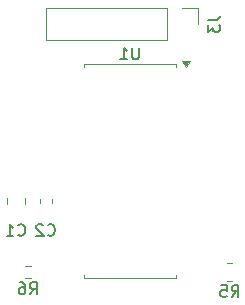
<source format=gbr>
%TF.GenerationSoftware,KiCad,Pcbnew,9.0.3*%
%TF.CreationDate,2025-07-28T01:45:31+03:00*%
%TF.ProjectId,Charger USB,43686172-6765-4722-9055-53422e6b6963,rev?*%
%TF.SameCoordinates,Original*%
%TF.FileFunction,Legend,Bot*%
%TF.FilePolarity,Positive*%
%FSLAX46Y46*%
G04 Gerber Fmt 4.6, Leading zero omitted, Abs format (unit mm)*
G04 Created by KiCad (PCBNEW 9.0.3) date 2025-07-28 01:45:31*
%MOMM*%
%LPD*%
G01*
G04 APERTURE LIST*
%ADD10C,0.150000*%
%ADD11C,0.120000*%
G04 APERTURE END LIST*
D10*
X105911904Y-81499819D02*
X105911904Y-82309342D01*
X105911904Y-82309342D02*
X105864285Y-82404580D01*
X105864285Y-82404580D02*
X105816666Y-82452200D01*
X105816666Y-82452200D02*
X105721428Y-82499819D01*
X105721428Y-82499819D02*
X105530952Y-82499819D01*
X105530952Y-82499819D02*
X105435714Y-82452200D01*
X105435714Y-82452200D02*
X105388095Y-82404580D01*
X105388095Y-82404580D02*
X105340476Y-82309342D01*
X105340476Y-82309342D02*
X105340476Y-81499819D01*
X104340476Y-82499819D02*
X104911904Y-82499819D01*
X104626190Y-82499819D02*
X104626190Y-81499819D01*
X104626190Y-81499819D02*
X104721428Y-81642676D01*
X104721428Y-81642676D02*
X104816666Y-81737914D01*
X104816666Y-81737914D02*
X104911904Y-81785533D01*
X96666666Y-102384819D02*
X96999999Y-101908628D01*
X97238094Y-102384819D02*
X97238094Y-101384819D01*
X97238094Y-101384819D02*
X96857142Y-101384819D01*
X96857142Y-101384819D02*
X96761904Y-101432438D01*
X96761904Y-101432438D02*
X96714285Y-101480057D01*
X96714285Y-101480057D02*
X96666666Y-101575295D01*
X96666666Y-101575295D02*
X96666666Y-101718152D01*
X96666666Y-101718152D02*
X96714285Y-101813390D01*
X96714285Y-101813390D02*
X96761904Y-101861009D01*
X96761904Y-101861009D02*
X96857142Y-101908628D01*
X96857142Y-101908628D02*
X97238094Y-101908628D01*
X95809523Y-101384819D02*
X95999999Y-101384819D01*
X95999999Y-101384819D02*
X96095237Y-101432438D01*
X96095237Y-101432438D02*
X96142856Y-101480057D01*
X96142856Y-101480057D02*
X96238094Y-101622914D01*
X96238094Y-101622914D02*
X96285713Y-101813390D01*
X96285713Y-101813390D02*
X96285713Y-102194342D01*
X96285713Y-102194342D02*
X96238094Y-102289580D01*
X96238094Y-102289580D02*
X96190475Y-102337200D01*
X96190475Y-102337200D02*
X96095237Y-102384819D01*
X96095237Y-102384819D02*
X95904761Y-102384819D01*
X95904761Y-102384819D02*
X95809523Y-102337200D01*
X95809523Y-102337200D02*
X95761904Y-102289580D01*
X95761904Y-102289580D02*
X95714285Y-102194342D01*
X95714285Y-102194342D02*
X95714285Y-101956247D01*
X95714285Y-101956247D02*
X95761904Y-101861009D01*
X95761904Y-101861009D02*
X95809523Y-101813390D01*
X95809523Y-101813390D02*
X95904761Y-101765771D01*
X95904761Y-101765771D02*
X96095237Y-101765771D01*
X96095237Y-101765771D02*
X96190475Y-101813390D01*
X96190475Y-101813390D02*
X96238094Y-101861009D01*
X96238094Y-101861009D02*
X96285713Y-101956247D01*
X95666666Y-97359580D02*
X95714285Y-97407200D01*
X95714285Y-97407200D02*
X95857142Y-97454819D01*
X95857142Y-97454819D02*
X95952380Y-97454819D01*
X95952380Y-97454819D02*
X96095237Y-97407200D01*
X96095237Y-97407200D02*
X96190475Y-97311961D01*
X96190475Y-97311961D02*
X96238094Y-97216723D01*
X96238094Y-97216723D02*
X96285713Y-97026247D01*
X96285713Y-97026247D02*
X96285713Y-96883390D01*
X96285713Y-96883390D02*
X96238094Y-96692914D01*
X96238094Y-96692914D02*
X96190475Y-96597676D01*
X96190475Y-96597676D02*
X96095237Y-96502438D01*
X96095237Y-96502438D02*
X95952380Y-96454819D01*
X95952380Y-96454819D02*
X95857142Y-96454819D01*
X95857142Y-96454819D02*
X95714285Y-96502438D01*
X95714285Y-96502438D02*
X95666666Y-96550057D01*
X94714285Y-97454819D02*
X95285713Y-97454819D01*
X94999999Y-97454819D02*
X94999999Y-96454819D01*
X94999999Y-96454819D02*
X95095237Y-96597676D01*
X95095237Y-96597676D02*
X95190475Y-96692914D01*
X95190475Y-96692914D02*
X95285713Y-96740533D01*
X113754166Y-102604819D02*
X114087499Y-102128628D01*
X114325594Y-102604819D02*
X114325594Y-101604819D01*
X114325594Y-101604819D02*
X113944642Y-101604819D01*
X113944642Y-101604819D02*
X113849404Y-101652438D01*
X113849404Y-101652438D02*
X113801785Y-101700057D01*
X113801785Y-101700057D02*
X113754166Y-101795295D01*
X113754166Y-101795295D02*
X113754166Y-101938152D01*
X113754166Y-101938152D02*
X113801785Y-102033390D01*
X113801785Y-102033390D02*
X113849404Y-102081009D01*
X113849404Y-102081009D02*
X113944642Y-102128628D01*
X113944642Y-102128628D02*
X114325594Y-102128628D01*
X112849404Y-101604819D02*
X113325594Y-101604819D01*
X113325594Y-101604819D02*
X113373213Y-102081009D01*
X113373213Y-102081009D02*
X113325594Y-102033390D01*
X113325594Y-102033390D02*
X113230356Y-101985771D01*
X113230356Y-101985771D02*
X112992261Y-101985771D01*
X112992261Y-101985771D02*
X112897023Y-102033390D01*
X112897023Y-102033390D02*
X112849404Y-102081009D01*
X112849404Y-102081009D02*
X112801785Y-102176247D01*
X112801785Y-102176247D02*
X112801785Y-102414342D01*
X112801785Y-102414342D02*
X112849404Y-102509580D01*
X112849404Y-102509580D02*
X112897023Y-102557200D01*
X112897023Y-102557200D02*
X112992261Y-102604819D01*
X112992261Y-102604819D02*
X113230356Y-102604819D01*
X113230356Y-102604819D02*
X113325594Y-102557200D01*
X113325594Y-102557200D02*
X113373213Y-102509580D01*
X111764819Y-79166666D02*
X112479104Y-79166666D01*
X112479104Y-79166666D02*
X112621961Y-79119047D01*
X112621961Y-79119047D02*
X112717200Y-79023809D01*
X112717200Y-79023809D02*
X112764819Y-78880952D01*
X112764819Y-78880952D02*
X112764819Y-78785714D01*
X111764819Y-79547619D02*
X111764819Y-80166666D01*
X111764819Y-80166666D02*
X112145771Y-79833333D01*
X112145771Y-79833333D02*
X112145771Y-79976190D01*
X112145771Y-79976190D02*
X112193390Y-80071428D01*
X112193390Y-80071428D02*
X112241009Y-80119047D01*
X112241009Y-80119047D02*
X112336247Y-80166666D01*
X112336247Y-80166666D02*
X112574342Y-80166666D01*
X112574342Y-80166666D02*
X112669580Y-80119047D01*
X112669580Y-80119047D02*
X112717200Y-80071428D01*
X112717200Y-80071428D02*
X112764819Y-79976190D01*
X112764819Y-79976190D02*
X112764819Y-79690476D01*
X112764819Y-79690476D02*
X112717200Y-79595238D01*
X112717200Y-79595238D02*
X112669580Y-79547619D01*
X98166666Y-97359580D02*
X98214285Y-97407200D01*
X98214285Y-97407200D02*
X98357142Y-97454819D01*
X98357142Y-97454819D02*
X98452380Y-97454819D01*
X98452380Y-97454819D02*
X98595237Y-97407200D01*
X98595237Y-97407200D02*
X98690475Y-97311961D01*
X98690475Y-97311961D02*
X98738094Y-97216723D01*
X98738094Y-97216723D02*
X98785713Y-97026247D01*
X98785713Y-97026247D02*
X98785713Y-96883390D01*
X98785713Y-96883390D02*
X98738094Y-96692914D01*
X98738094Y-96692914D02*
X98690475Y-96597676D01*
X98690475Y-96597676D02*
X98595237Y-96502438D01*
X98595237Y-96502438D02*
X98452380Y-96454819D01*
X98452380Y-96454819D02*
X98357142Y-96454819D01*
X98357142Y-96454819D02*
X98214285Y-96502438D01*
X98214285Y-96502438D02*
X98166666Y-96550057D01*
X97785713Y-96550057D02*
X97738094Y-96502438D01*
X97738094Y-96502438D02*
X97642856Y-96454819D01*
X97642856Y-96454819D02*
X97404761Y-96454819D01*
X97404761Y-96454819D02*
X97309523Y-96502438D01*
X97309523Y-96502438D02*
X97261904Y-96550057D01*
X97261904Y-96550057D02*
X97214285Y-96645295D01*
X97214285Y-96645295D02*
X97214285Y-96740533D01*
X97214285Y-96740533D02*
X97261904Y-96883390D01*
X97261904Y-96883390D02*
X97833332Y-97454819D01*
X97833332Y-97454819D02*
X97214285Y-97454819D01*
D11*
%TO.C,U1*%
X101290000Y-82885000D02*
X105150000Y-82885000D01*
X101290000Y-83130000D02*
X101290000Y-82885000D01*
X101290000Y-100760000D02*
X101290000Y-101005000D01*
X101290000Y-101005000D02*
X105150000Y-101005000D01*
X109010000Y-82885000D02*
X105150000Y-82885000D01*
X109010000Y-83130000D02*
X109010000Y-82885000D01*
X109010000Y-100760000D02*
X109010000Y-101005000D01*
X109010000Y-101005000D02*
X105150000Y-101005000D01*
X109862500Y-83130000D02*
X109522500Y-82660000D01*
X110202500Y-82660000D01*
X109862500Y-83130000D01*
G36*
X109862500Y-83130000D02*
G01*
X109522500Y-82660000D01*
X110202500Y-82660000D01*
X109862500Y-83130000D01*
G37*
%TO.C,R6*%
X96737258Y-99977500D02*
X96262742Y-99977500D01*
X96737258Y-101022500D02*
X96262742Y-101022500D01*
%TO.C,C1*%
X94765000Y-94761252D02*
X94765000Y-94238748D01*
X96235000Y-94761252D02*
X96235000Y-94238748D01*
%TO.C,R5*%
X113814564Y-99765000D02*
X113360436Y-99765000D01*
X113814564Y-101235000D02*
X113360436Y-101235000D01*
%TO.C,J3*%
X98050000Y-78170000D02*
X98050000Y-80830000D01*
X98050000Y-78170000D02*
X108270000Y-78170000D01*
X98050000Y-80830000D02*
X108270000Y-80830000D01*
X108270000Y-78170000D02*
X108270000Y-80830000D01*
X109540000Y-78170000D02*
X110870000Y-78170000D01*
X110870000Y-78170000D02*
X110870000Y-79500000D01*
%TO.C,C2*%
X97490000Y-94640580D02*
X97490000Y-94359420D01*
X98510000Y-94640580D02*
X98510000Y-94359420D01*
%TD*%
M02*

</source>
